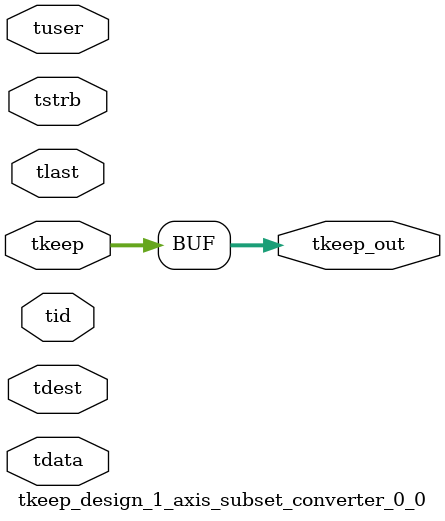
<source format=v>


`timescale 1ps/1ps

module tkeep_design_1_axis_subset_converter_0_0 #
(
parameter C_S_AXIS_TDATA_WIDTH = 32,
parameter C_S_AXIS_TUSER_WIDTH = 0,
parameter C_S_AXIS_TID_WIDTH   = 0,
parameter C_S_AXIS_TDEST_WIDTH = 0,
parameter C_M_AXIS_TDATA_WIDTH = 32
)
(
input  [(C_S_AXIS_TDATA_WIDTH == 0 ? 1 : C_S_AXIS_TDATA_WIDTH)-1:0     ] tdata,
input  [(C_S_AXIS_TUSER_WIDTH == 0 ? 1 : C_S_AXIS_TUSER_WIDTH)-1:0     ] tuser,
input  [(C_S_AXIS_TID_WIDTH   == 0 ? 1 : C_S_AXIS_TID_WIDTH)-1:0       ] tid,
input  [(C_S_AXIS_TDEST_WIDTH == 0 ? 1 : C_S_AXIS_TDEST_WIDTH)-1:0     ] tdest,
input  [(C_S_AXIS_TDATA_WIDTH/8)-1:0 ] tkeep,
input  [(C_S_AXIS_TDATA_WIDTH/8)-1:0 ] tstrb,
input                                                                    tlast,
output [(C_M_AXIS_TDATA_WIDTH/8)-1:0 ] tkeep_out
);

assign tkeep_out = {tkeep[3:0]};

endmodule


</source>
